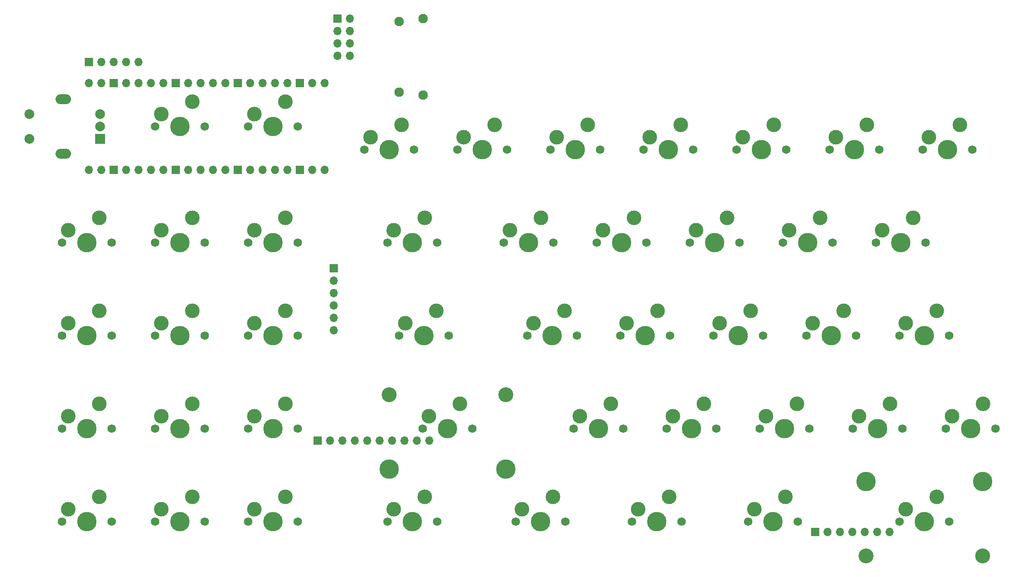
<source format=gts>
%TF.GenerationSoftware,KiCad,Pcbnew,(6.0.5)*%
%TF.CreationDate,2022-07-14T01:39:24-06:00*%
%TF.ProjectId,kb,6b622e6b-6963-4616-945f-706362585858,rev?*%
%TF.SameCoordinates,Original*%
%TF.FileFunction,Soldermask,Top*%
%TF.FilePolarity,Negative*%
%FSLAX46Y46*%
G04 Gerber Fmt 4.6, Leading zero omitted, Abs format (unit mm)*
G04 Created by KiCad (PCBNEW (6.0.5)) date 2022-07-14 01:39:24*
%MOMM*%
%LPD*%
G01*
G04 APERTURE LIST*
%ADD10C,3.987800*%
%ADD11C,1.750000*%
%ADD12C,3.000000*%
%ADD13R,1.700000X1.700000*%
%ADD14O,1.700000X1.700000*%
%ADD15O,3.200000X2.000000*%
%ADD16R,2.000000X2.000000*%
%ADD17C,2.000000*%
%ADD18C,3.048000*%
%ADD19C,1.950000*%
G04 APERTURE END LIST*
D10*
%TO.C,MX22*%
X132556250Y-109537500D03*
D11*
X127476250Y-109537500D03*
D12*
X135096250Y-104457500D03*
D11*
X137636250Y-109537500D03*
D12*
X128746250Y-106997500D03*
%TD*%
D11*
%TO.C,MX14*%
X141763750Y-90487500D03*
X151923750Y-90487500D03*
D10*
X146843750Y-90487500D03*
D12*
X143033750Y-87947500D03*
X149383750Y-85407500D03*
%TD*%
D11*
%TO.C,MX2*%
X80486250Y-66675000D03*
D12*
X71596250Y-64135000D03*
D11*
X70326250Y-66675000D03*
D10*
X75406250Y-66675000D03*
D12*
X77946250Y-61595000D03*
%TD*%
D13*
%TO.C,J6*%
X87884000Y-95758000D03*
D14*
X87884000Y-98298000D03*
X87884000Y-100838000D03*
X87884000Y-103378000D03*
X87884000Y-105918000D03*
X87884000Y-108458000D03*
%TD*%
D11*
%TO.C,MX24*%
X175736250Y-109537500D03*
D10*
X170656250Y-109537500D03*
D11*
X165576250Y-109537500D03*
D12*
X166846250Y-106997500D03*
X173196250Y-104457500D03*
%TD*%
D15*
%TO.C,SW1*%
X32543750Y-61075000D03*
X32543750Y-72275000D03*
D16*
X40043750Y-69175000D03*
D17*
X40043750Y-64175000D03*
X40043750Y-66675000D03*
X25543750Y-64175000D03*
X25543750Y-69175000D03*
%TD*%
D11*
%TO.C,MX34*%
X204311250Y-128587500D03*
D12*
X201771250Y-123507500D03*
D10*
X199231250Y-128587500D03*
D11*
X194151250Y-128587500D03*
D12*
X195421250Y-126047500D03*
%TD*%
D13*
%TO.C,J5*%
X186436000Y-149733000D03*
D14*
X188976000Y-149733000D03*
X191516000Y-149733000D03*
X194056000Y-149733000D03*
X196596000Y-149733000D03*
X199136000Y-149733000D03*
X201676000Y-149733000D03*
%TD*%
D12*
%TO.C,MX15*%
X168433750Y-85407500D03*
D11*
X170973750Y-90487500D03*
X160813750Y-90487500D03*
D12*
X162083750Y-87947500D03*
D10*
X165893750Y-90487500D03*
%TD*%
D11*
%TO.C,MX43*%
X213836250Y-147637500D03*
D18*
X220694250Y-154622500D03*
X196818250Y-154622500D03*
D12*
X204946250Y-145097500D03*
D10*
X220694250Y-139382500D03*
D12*
X211296250Y-142557500D03*
D10*
X196818250Y-139382500D03*
D11*
X203676250Y-147637500D03*
D10*
X208756250Y-147637500D03*
%TD*%
D11*
%TO.C,MX18*%
X32226250Y-109537500D03*
D12*
X39846250Y-104457500D03*
X33496250Y-106997500D03*
D11*
X42386250Y-109537500D03*
D10*
X37306250Y-109537500D03*
%TD*%
D11*
%TO.C,MX7*%
X180498750Y-71437500D03*
X170338750Y-71437500D03*
D10*
X175418750Y-71437500D03*
D12*
X177958750Y-66357500D03*
X171608750Y-68897500D03*
%TD*%
D13*
%TO.C,J3*%
X37782500Y-53467000D03*
D14*
X40322500Y-53467000D03*
X42862500Y-53467000D03*
X45402500Y-53467000D03*
X47942500Y-53467000D03*
%TD*%
D12*
%TO.C,MX26*%
X211296250Y-104457500D03*
D11*
X213836250Y-109537500D03*
D10*
X208756250Y-109537500D03*
D12*
X204946250Y-106997500D03*
D11*
X203676250Y-109537500D03*
%TD*%
%TO.C,MX10*%
X61436250Y-90487500D03*
D12*
X58896250Y-85407500D03*
X52546250Y-87947500D03*
D10*
X56356250Y-90487500D03*
D11*
X51276250Y-90487500D03*
%TD*%
%TO.C,MX11*%
X80486250Y-90487500D03*
X70326250Y-90487500D03*
D12*
X71596250Y-87947500D03*
X77946250Y-85407500D03*
D10*
X75406250Y-90487500D03*
%TD*%
D11*
%TO.C,MX27*%
X32226250Y-128587500D03*
D12*
X33496250Y-126047500D03*
X39846250Y-123507500D03*
D11*
X42386250Y-128587500D03*
D10*
X37306250Y-128587500D03*
%TD*%
D11*
%TO.C,MX25*%
X194786250Y-109537500D03*
D12*
X192246250Y-104457500D03*
D11*
X184626250Y-109537500D03*
D10*
X189706250Y-109537500D03*
D12*
X185896250Y-106997500D03*
%TD*%
%TO.C,MX21*%
X102552500Y-106997500D03*
X108902500Y-104457500D03*
D11*
X101282500Y-109537500D03*
D10*
X106362500Y-109537500D03*
D11*
X111442500Y-109537500D03*
%TD*%
%TO.C,MX37*%
X61436250Y-147637500D03*
X51276250Y-147637500D03*
D12*
X52546250Y-145097500D03*
X58896250Y-142557500D03*
D10*
X56356250Y-147637500D03*
%TD*%
D11*
%TO.C,MX13*%
X132873750Y-90487500D03*
X122713750Y-90487500D03*
D12*
X130333750Y-85407500D03*
X123983750Y-87947500D03*
D10*
X127793750Y-90487500D03*
%TD*%
D12*
%TO.C,MX35*%
X214471250Y-126047500D03*
X220821250Y-123507500D03*
D11*
X213201250Y-128587500D03*
D10*
X218281250Y-128587500D03*
D11*
X223361250Y-128587500D03*
%TD*%
D12*
%TO.C,MX28*%
X58896250Y-123507500D03*
D11*
X51276250Y-128587500D03*
X61436250Y-128587500D03*
D10*
X56356250Y-128587500D03*
D12*
X52546250Y-126047500D03*
%TD*%
%TO.C,MX3*%
X101758750Y-66357500D03*
D11*
X94138750Y-71437500D03*
D10*
X99218750Y-71437500D03*
D12*
X95408750Y-68897500D03*
D11*
X104298750Y-71437500D03*
%TD*%
D13*
%TO.C,J4*%
X84587000Y-131064000D03*
D14*
X87127000Y-131064000D03*
X89667000Y-131064000D03*
X92207000Y-131064000D03*
X94747000Y-131064000D03*
X97287000Y-131064000D03*
X99827000Y-131064000D03*
X102367000Y-131064000D03*
X104907000Y-131064000D03*
X107447000Y-131064000D03*
%TD*%
D12*
%TO.C,MX9*%
X39846250Y-85407500D03*
X33496250Y-87947500D03*
D10*
X37306250Y-90487500D03*
D11*
X42386250Y-90487500D03*
X32226250Y-90487500D03*
%TD*%
D12*
%TO.C,MX1*%
X58896250Y-61595000D03*
D11*
X61436250Y-66675000D03*
D12*
X52546250Y-64135000D03*
D11*
X51276250Y-66675000D03*
D10*
X56356250Y-66675000D03*
%TD*%
D12*
%TO.C,MX32*%
X163671250Y-123507500D03*
X157321250Y-126047500D03*
D10*
X161131250Y-128587500D03*
D11*
X156051250Y-128587500D03*
X166211250Y-128587500D03*
%TD*%
D10*
%TO.C,MX40*%
X130175000Y-147637500D03*
D11*
X125095000Y-147637500D03*
D12*
X132715000Y-142557500D03*
D11*
X135255000Y-147637500D03*
D12*
X126365000Y-145097500D03*
%TD*%
%TO.C,MX5*%
X133508750Y-68897500D03*
D10*
X137318750Y-71437500D03*
D12*
X139858750Y-66357500D03*
D11*
X132238750Y-71437500D03*
X142398750Y-71437500D03*
%TD*%
%TO.C,MX39*%
X98901250Y-147637500D03*
D10*
X103981250Y-147637500D03*
D11*
X109061250Y-147637500D03*
D12*
X100171250Y-145097500D03*
X106521250Y-142557500D03*
%TD*%
D11*
%TO.C,MX16*%
X190023750Y-90487500D03*
D10*
X184943750Y-90487500D03*
D12*
X187483750Y-85407500D03*
D11*
X179863750Y-90487500D03*
D12*
X181133750Y-87947500D03*
%TD*%
D11*
%TO.C,MX38*%
X70326250Y-147637500D03*
D10*
X75406250Y-147637500D03*
D11*
X80486250Y-147637500D03*
D12*
X71596250Y-145097500D03*
X77946250Y-142557500D03*
%TD*%
%TO.C,MX31*%
X138271250Y-126047500D03*
D11*
X147161250Y-128587500D03*
X137001250Y-128587500D03*
D12*
X144621250Y-123507500D03*
D10*
X142081250Y-128587500D03*
%TD*%
D11*
%TO.C,MX8*%
X199548750Y-71437500D03*
D10*
X194468750Y-71437500D03*
D11*
X189388750Y-71437500D03*
D12*
X197008750Y-66357500D03*
X190658750Y-68897500D03*
%TD*%
%TO.C,MX41*%
X156527500Y-142557500D03*
D10*
X153987500Y-147637500D03*
D11*
X159067500Y-147637500D03*
X148907500Y-147637500D03*
D12*
X150177500Y-145097500D03*
%TD*%
%TO.C,MX20*%
X71596250Y-106997500D03*
D11*
X70326250Y-109537500D03*
D12*
X77946250Y-104457500D03*
D10*
X75406250Y-109537500D03*
D11*
X80486250Y-109537500D03*
%TD*%
%TO.C,MX17*%
X209073750Y-90487500D03*
D10*
X203993750Y-90487500D03*
D11*
X198913750Y-90487500D03*
D12*
X200183750Y-87947500D03*
X206533750Y-85407500D03*
%TD*%
%TO.C,MX4*%
X114458750Y-68897500D03*
D11*
X123348750Y-71437500D03*
D10*
X118268750Y-71437500D03*
D12*
X120808750Y-66357500D03*
D11*
X113188750Y-71437500D03*
%TD*%
%TO.C,MX42*%
X172720000Y-147637500D03*
X182880000Y-147637500D03*
D12*
X173990000Y-145097500D03*
D10*
X177800000Y-147637500D03*
D12*
X180340000Y-142557500D03*
%TD*%
D13*
%TO.C,J1*%
X88646000Y-44577000D03*
D14*
X91186000Y-44577000D03*
X88646000Y-47117000D03*
X91186000Y-47117000D03*
X88646000Y-49657000D03*
X91186000Y-49657000D03*
X88646000Y-52197000D03*
X91186000Y-52197000D03*
%TD*%
D11*
%TO.C,MX23*%
X156686250Y-109537500D03*
D10*
X151606250Y-109537500D03*
D11*
X146526250Y-109537500D03*
D12*
X147796250Y-106997500D03*
X154146250Y-104457500D03*
%TD*%
%TO.C,MX33*%
X182721250Y-123507500D03*
D11*
X185261250Y-128587500D03*
X175101250Y-128587500D03*
D10*
X180181250Y-128587500D03*
D12*
X176371250Y-126047500D03*
%TD*%
%TO.C,MX36*%
X39846250Y-142557500D03*
X33496250Y-145097500D03*
D11*
X42386250Y-147637500D03*
X32226250Y-147637500D03*
D10*
X37306250Y-147637500D03*
%TD*%
D11*
%TO.C,MX12*%
X109061250Y-90487500D03*
D10*
X103981250Y-90487500D03*
D12*
X106521250Y-85407500D03*
D11*
X98901250Y-90487500D03*
D12*
X100171250Y-87947500D03*
%TD*%
D11*
%TO.C,MX30*%
X116205000Y-128587500D03*
D10*
X111125000Y-128587500D03*
X123063000Y-136842500D03*
D18*
X123063000Y-121602500D03*
D10*
X99187000Y-136842500D03*
D12*
X113665000Y-123507500D03*
X107315000Y-126047500D03*
D18*
X99187000Y-121602500D03*
D11*
X106045000Y-128587500D03*
%TD*%
D10*
%TO.C,MX29*%
X75406250Y-128587500D03*
D12*
X71596250Y-126047500D03*
D11*
X80486250Y-128587500D03*
X70326250Y-128587500D03*
D12*
X77946250Y-123507500D03*
%TD*%
D10*
%TO.C,MX19*%
X56356250Y-109537500D03*
D11*
X61436250Y-109537500D03*
X51276250Y-109537500D03*
D12*
X52546250Y-106997500D03*
X58896250Y-104457500D03*
%TD*%
D11*
%TO.C,MX6*%
X151288750Y-71437500D03*
D12*
X152558750Y-68897500D03*
D11*
X161448750Y-71437500D03*
D12*
X158908750Y-66357500D03*
D10*
X156368750Y-71437500D03*
%TD*%
D12*
%TO.C,MX44*%
X216058750Y-66357500D03*
D10*
X213518750Y-71437500D03*
D12*
X209708750Y-68897500D03*
D11*
X218598750Y-71437500D03*
X208438750Y-71437500D03*
%TD*%
D14*
%TO.C,U1*%
X37782500Y-57785000D03*
X40322500Y-57785000D03*
D13*
X42862500Y-57785000D03*
D14*
X45402500Y-57785000D03*
X47942500Y-57785000D03*
X50482500Y-57785000D03*
X53022500Y-57785000D03*
D13*
X55562500Y-57785000D03*
D14*
X58102500Y-57785000D03*
X60642500Y-57785000D03*
X63182500Y-57785000D03*
X65722500Y-57785000D03*
D13*
X68262500Y-57785000D03*
D14*
X70802500Y-57785000D03*
X73342500Y-57785000D03*
X75882500Y-57785000D03*
X78422500Y-57785000D03*
D13*
X80962500Y-57785000D03*
D14*
X83502500Y-57785000D03*
X86042500Y-57785000D03*
X86042500Y-75565000D03*
X83502500Y-75565000D03*
D13*
X80962500Y-75565000D03*
D14*
X78422500Y-75565000D03*
X75882500Y-75565000D03*
X73342500Y-75565000D03*
X70802500Y-75565000D03*
D13*
X68262500Y-75565000D03*
D14*
X65722500Y-75565000D03*
X63182500Y-75565000D03*
X60642500Y-75565000D03*
X58102500Y-75565000D03*
D13*
X55562500Y-75565000D03*
D14*
X53022500Y-75565000D03*
X50482500Y-75565000D03*
X47942500Y-75565000D03*
X45402500Y-75565000D03*
D13*
X42862500Y-75565000D03*
D14*
X40322500Y-75565000D03*
X37782500Y-75565000D03*
%TD*%
D19*
%TO.C,J2*%
X101240750Y-59637500D03*
X101240750Y-45137500D03*
X106140750Y-44537500D03*
X106140750Y-60237500D03*
%TD*%
M02*

</source>
